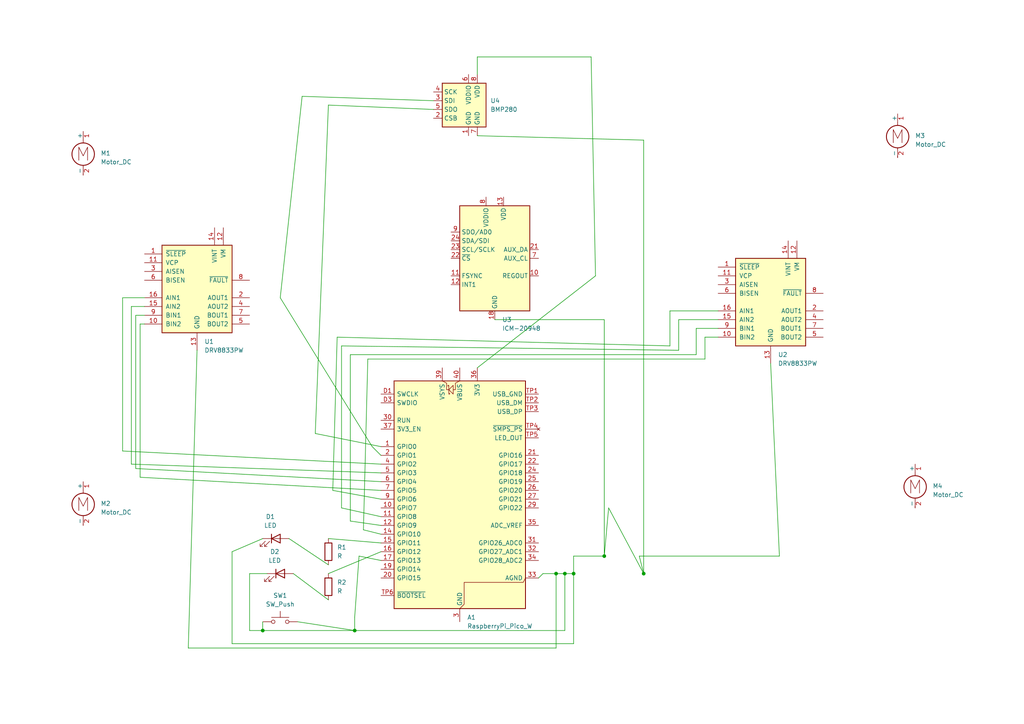
<source format=kicad_sch>
(kicad_sch (version 20250114) (generator "eeschema") (generator_version "9.0")
  (paper "A4")
  (lib_symbols
    (symbol "Device:LED" (pin_numbers (hide yes)) (pin_names (offset 1.016) (hide yes))
      (property "Reference" "D" (at 0 2.54 0))
      (property "Value" "LED" (at 0 -2.54 0))
      (symbol "LED_0_1"
        (polyline (pts (xy -3.048 -0.762) (xy -4.572 -2.286) (xy -3.81 -2.286) (xy -4.572 -2.286) (xy -4.572 -1.524)))
        (polyline (pts (xy -1.778 -0.762) (xy -3.302 -2.286) (xy -2.54 -2.286) (xy -3.302 -2.286) (xy -3.302 -1.524)))
        (polyline (pts (xy -1.27 0) (xy 1.27 0)))
        (polyline (pts (xy -1.27 -1.27) (xy -1.27 1.27)) (stroke (width 0.254)))
        (polyline (pts (xy 1.27 -1.27) (xy 1.27 1.27) (xy -1.27 0) (xy 1.27 -1.27)) (stroke (width 0.254)))
      )
      (symbol "LED_1_1"
        (pin passive line (at -3.81 0 0) (length 2.54) (name "K") (number "1"))
        (pin passive line (at 3.81 0 180) (length 2.54) (name "A") (number "2"))
      )
    )
    (symbol "Device:R" (pin_numbers (hide yes)) (pin_names (offset 0))
      (property "Reference" "R" (at 2.032 0 90))
      (property "Value" "R" (at 0 0 90))
      (symbol "R_0_1"
        (rectangle (start -1.016 -2.54) (end 1.016 2.54) (stroke (width 0.254)))
      )
      (symbol "R_1_1"
        (pin passive line (at 0 3.81 270) (length 1.27) (name "~") (number "1"))
        (pin passive line (at 0 -3.81 90) (length 1.27) (name "~") (number "2"))
      )
    )
    (symbol "Driver_Motor:DRV8833PW" (pin_names (offset 1.016))
      (property "Reference" "U" (at -3.81 16.51 0))
      (property "Value" "DRV8833PW" (at -3.81 13.97 0))
      (symbol "DRV8833PW_0_1"
        (rectangle (start -10.16 12.7) (end 10.16 -12.7) (stroke (width 0.254)) (fill (type background)))
      )
      (symbol "DRV8833PW_1_1"
        (pin input line (at -15.24 10.16 0) (length 5.08) (name "~{SLEEP}") (number "1"))
        (pin bidirectional line (at -15.24 7.62 0) (length 5.08) (name "VCP") (number "11"))
        (pin bidirectional line (at -15.24 5.08 0) (length 5.08) (name "AISEN") (number "3"))
        (pin bidirectional line (at -15.24 2.54 0) (length 5.08) (name "BISEN") (number "6"))
        (pin input line (at -15.24 -2.54 0) (length 5.08) (name "AIN1") (number "16"))
        (pin input line (at -15.24 -5.08 0) (length 5.08) (name "AIN2") (number "15"))
        (pin input line (at -15.24 -7.62 0) (length 5.08) (name "BIN1") (number "9"))
        (pin input line (at -15.24 -10.16 0) (length 5.08) (name "BIN2") (number "10"))
        (pin power_in line (at 0 -17.78 90) (length 5.08) (name "GND") (number "13"))
        (pin power_in line (at 5.08 17.78 270) (length 5.08) (name "VINT") (number "14"))
        (pin power_in line (at 7.62 17.78 270) (length 5.08) (name "VM") (number "12"))
        (pin open_collector line (at 15.24 2.54 180) (length 5.08) (name "~{FAULT}") (number "8"))
        (pin power_out line (at 15.24 -2.54 180) (length 5.08) (name "AOUT1") (number "2"))
        (pin power_out line (at 15.24 -5.08 180) (length 5.08) (name "AOUT2") (number "4"))
        (pin power_out line (at 15.24 -7.62 180) (length 5.08) (name "BOUT1") (number "7"))
        (pin power_out line (at 15.24 -10.16 180) (length 5.08) (name "BOUT2") (number "5"))
      )
    )
    (symbol "MCU_Module:RaspberryPi_Pico_W_Extensive" (pin_names (offset 0.762))
      (property "Reference" "A" (at -19.05 35.56 0))
      (property "Value" "RaspberryPi_Pico_W" (at 7.62 35.56 0))
      (symbol "RaspberryPi_Pico_W_Extensive_0_1"
        (rectangle (start -19.05 34.29) (end 19.05 -31.75) (stroke (width 0.254)) (fill (type background)))
        (polyline (pts (xy -5.08 34.29) (xy -3.81 33.655) (xy -3.81 31.75) (xy -3.175 31.75)))
        (polyline (pts (xy -3.429 32.766) (xy -3.429 33.02) (xy -3.175 33.02) (xy -3.175 30.48) (xy -2.921 30.48) (xy -2.921 30.734)))
        (polyline (pts (xy -3.175 31.75) (xy -1.905 33.02) (xy -1.905 30.48) (xy -3.175 31.75)))
        (polyline (pts (xy 0 34.29) (xy -1.27 33.655) (xy -1.27 31.75) (xy -1.905 31.75)))
        (polyline (pts (xy 0 -31.75) (xy 1.27 -30.48) (xy 1.27 -24.13) (xy 18.415 -24.13) (xy 19.05 -22.86)))
      )
      (symbol "RaspberryPi_Pico_W_Extensive_1_1"
        (pin input line (at -22.86 30.48 0) (length 3.81) (name "SWCLK") (number "D1"))
        (pin bidirectional line (at -22.86 27.94 0) (length 3.81) (name "SWDIO") (number "D3"))
        (pin passive line (at -22.86 22.86 0) (length 3.81) (name "RUN") (number "30"))
        (pin passive line (at -22.86 20.32 0) (length 3.81) (name "3V3_EN") (number "37"))
        (pin bidirectional line (at -22.86 15.24 0) (length 3.81) (name "GPIO0") (number "1"))
        (pin bidirectional line (at -22.86 12.7 0) (length 3.81) (name "GPIO1") (number "2"))
        (pin bidirectional line (at -22.86 10.16 0) (length 3.81) (name "GPIO2") (number "4"))
        (pin bidirectional line (at -22.86 7.62 0) (length 3.81) (name "GPIO3") (number "5"))
        (pin bidirectional line (at -22.86 5.08 0) (length 3.81) (name "GPIO4") (number "6"))
        (pin bidirectional line (at -22.86 2.54 0) (length 3.81) (name "GPIO5") (number "7"))
        (pin bidirectional line (at -22.86 0 0) (length 3.81) (name "GPIO6") (number "9"))
        (pin bidirectional line (at -22.86 -2.54 0) (length 3.81) (name "GPIO7") (number "10"))
        (pin bidirectional line (at -22.86 -5.08 0) (length 3.81) (name "GPIO8") (number "11"))
        (pin bidirectional line (at -22.86 -7.62 0) (length 3.81) (name "GPIO9") (number "12"))
        (pin bidirectional line (at -22.86 -10.16 0) (length 3.81) (name "GPIO10") (number "14"))
        (pin bidirectional line (at -22.86 -12.7 0) (length 3.81) (name "GPIO11") (number "15"))
        (pin bidirectional line (at -22.86 -15.24 0) (length 3.81) (name "GPIO12") (number "16"))
        (pin bidirectional line (at -22.86 -17.78 0) (length 3.81) (name "GPIO13") (number "17"))
        (pin bidirectional line (at -22.86 -20.32 0) (length 3.81) (name "GPIO14") (number "19"))
        (pin bidirectional line (at -22.86 -22.86 0) (length 3.81) (name "GPIO15") (number "20"))
        (pin input line (at -22.86 -27.94 0) (length 3.81) (name "~{BOOTSEL}") (number "TP6"))
        (pin power_in line (at -5.08 38.1 270) (length 3.81) (name "VSYS") (number "39"))
        (pin power_out line (at 0 38.1 270) (length 3.81) (name "VBUS") (number "40"))
        (pin passive line (at 0 -35.56 90) (length 3.81) (hide yes) (name "GND") (number "13"))
        (pin passive line (at 0 -35.56 90) (length 3.81) (hide yes) (name "GND") (number "18"))
        (pin passive line (at 0 -35.56 90) (length 3.81) (hide yes) (name "GND") (number "23"))
        (pin passive line (at 0 -35.56 90) (length 3.81) (hide yes) (name "GND") (number "28"))
        (pin power_out line (at 0 -35.56 90) (length 3.81) (name "GND") (number "3"))
        (pin passive line (at 0 -35.56 90) (length 3.81) (hide yes) (name "GND") (number "38"))
        (pin passive line (at 0 -35.56 90) (length 3.81) (hide yes) (name "GND") (number "8"))
        (pin passive line (at 0 -35.56 90) (length 3.81) (hide yes) (name "GND") (number "D2"))
        (pin power_out line (at 5.08 38.1 270) (length 3.81) (name "3V3") (number "36"))
        (pin power_out line (at 22.86 30.48 180) (length 3.81) (name "USB_GND") (number "TP1"))
        (pin bidirectional line (at 22.86 27.94 180) (length 3.81) (name "USB_DM") (number "TP2"))
        (pin bidirectional line (at 22.86 25.4 180) (length 3.81) (name "USB_DP") (number "TP3"))
        (pin no_connect line (at 22.86 20.32 180) (length 3.81) (name "~{SMPS_PS}") (number "TP4"))
        (pin output line (at 22.86 17.78 180) (length 3.81) (name "LED_OUT") (number "TP5"))
        (pin bidirectional line (at 22.86 12.7 180) (length 3.81) (name "GPIO16") (number "21"))
        (pin bidirectional line (at 22.86 10.16 180) (length 3.81) (name "GPIO17") (number "22"))
        (pin bidirectional line (at 22.86 7.62 180) (length 3.81) (name "GPIO18") (number "24"))
        (pin bidirectional line (at 22.86 5.08 180) (length 3.81) (name "GPIO19") (number "25"))
        (pin bidirectional line (at 22.86 2.54 180) (length 3.81) (name "GPIO20") (number "26"))
        (pin bidirectional line (at 22.86 0 180) (length 3.81) (name "GPIO21") (number "27"))
        (pin bidirectional line (at 22.86 -2.54 180) (length 3.81) (name "GPIO22") (number "29"))
        (pin power_in line (at 22.86 -7.62 180) (length 3.81) (name "ADC_VREF") (number "35"))
        (pin bidirectional line (at 22.86 -12.7 180) (length 3.81) (name "GPIO26_ADC0") (number "31"))
        (pin bidirectional line (at 22.86 -15.24 180) (length 3.81) (name "GPIO27_ADC1") (number "32"))
        (pin bidirectional line (at 22.86 -17.78 180) (length 3.81) (name "GPIO28_ADC2") (number "34"))
        (pin power_out line (at 22.86 -22.86 180) (length 3.81) (name "AGND") (number "33"))
      )
    )
    (symbol "Motor:Motor_DC" (pin_names (offset 0))
      (property "Reference" "M" (at 2.54 2.54 0))
      (property "Value" "Motor_DC" (at 2.54 -5.08 0))
      (symbol "Motor_DC_0_0"
        (polyline (pts (xy -1.27 -3.302) (xy -1.27 0.508) (xy 0 -2.032) (xy 1.27 0.508) (xy 1.27 -3.302)))
      )
      (symbol "Motor_DC_0_1"
        (polyline (pts (xy 0 2.032) (xy 0 2.54)))
        (polyline (pts (xy 0 1.7272) (xy 0 2.0828)))
        (circle (center 0 -1.524) (radius 3.2512) (stroke (width 0.254)))
        (polyline (pts (xy 0 -4.7752) (xy 0 -5.1816)))
        (polyline (pts (xy 0 -7.62) (xy 0 -7.112)))
      )
      (symbol "Motor_DC_1_1"
        (pin passive line (at 0 5.08 270) (length 2.54) (name "+") (number "1"))
        (pin passive line (at 0 -7.62 90) (length 2.54) (name "-") (number "2"))
      )
    )
    (symbol "Sensor_Motion:ICM-20948"
      (property "Reference" "U" (at -11.43 16.51 0))
      (property "Value" "ICM-20948" (at 7.62 -16.51 0))
      (symbol "ICM-20948_0_1"
        (rectangle (start -10.16 15.24) (end 10.16 -15.24) (stroke (width 0.254)) (fill (type background)))
      )
      (symbol "ICM-20948_1_1"
        (pin bidirectional line (at -12.7 7.62 0) (length 2.54) (name "SDO/AD0") (number "9"))
        (pin bidirectional line (at -12.7 5.08 0) (length 2.54) (name "SDA/SDI") (number "24"))
        (pin input line (at -12.7 2.54 0) (length 2.54) (name "SCL/SCLK") (number "23"))
        (pin input line (at -12.7 0 0) (length 2.54) (name "~{CS}") (number "22"))
        (pin input line (at -12.7 -5.08 0) (length 2.54) (name "FSYNC") (number "11"))
        (pin output line (at -12.7 -7.62 0) (length 2.54) (name "INT1") (number "12"))
        (pin no_connect line (at -10.16 12.7 0) (length 2.54) (hide yes) (name "NC") (number "1"))
        (pin no_connect line (at -10.16 10.16 0) (length 2.54) (hide yes) (name "NC") (number "2"))
        (pin no_connect line (at -10.16 -2.54 0) (length 2.54) (hide yes) (name "NC") (number "3"))
        (pin no_connect line (at -10.16 -10.16 0) (length 2.54) (hide yes) (name "NC") (number "4"))
        (pin no_connect line (at -10.16 -12.7 0) (length 2.54) (hide yes) (name "NC") (number "5"))
        (pin power_in line (at -2.54 17.78 270) (length 2.54) (name "VDDIO") (number "8"))
        (pin power_in line (at 0 -17.78 90) (length 2.54) (name "GND") (number "18"))
        (pin passive line (at 0 -17.78 90) (length 2.54) (hide yes) (name "GND") (number "20"))
        (pin power_in line (at 2.54 17.78 270) (length 2.54) (name "VDD") (number "13"))
        (pin no_connect line (at 10.16 10.16 180) (length 2.54) (hide yes) (name "NC") (number "6"))
        (pin no_connect line (at 10.16 7.62 180) (length 2.54) (hide yes) (name "NC") (number "14"))
        (pin no_connect line (at 10.16 5.08 180) (length 2.54) (hide yes) (name "NC") (number "15"))
        (pin no_connect line (at 10.16 -7.62 180) (length 2.54) (hide yes) (name "NC") (number "16"))
        (pin no_connect line (at 10.16 -10.16 180) (length 2.54) (hide yes) (name "NC") (number "17"))
        (pin no_connect line (at 10.16 -12.7 180) (length 2.54) (hide yes) (name "RESV") (number "19"))
        (pin bidirectional line (at 12.7 2.54 180) (length 2.54) (name "AUX_DA") (number "21"))
        (pin output line (at 12.7 0 180) (length 2.54) (name "AUX_CL") (number "7"))
        (pin passive line (at 12.7 -5.08 180) (length 2.54) (name "REGOUT") (number "10"))
      )
    )
    (symbol "Sensor_Pressure:BMP280"
      (property "Reference" "U" (at -7.62 10.16 0))
      (property "Value" "BMP280" (at 5.08 10.16 0))
      (symbol "BMP280_0_1"
        (rectangle (start -7.62 -5.08) (end 5.08 7.62) (stroke (width 0.254)) (fill (type background)))
      )
      (symbol "BMP280_1_1"
        (pin input line (at -10.16 5.08 0) (length 2.54) (name "SCK") (number "4"))
        (pin bidirectional line (at -10.16 2.54 0) (length 2.54) (name "SDI") (number "3"))
        (pin bidirectional line (at -10.16 0 0) (length 2.54) (name "SDO") (number "5"))
        (pin input line (at -10.16 -2.54 0) (length 2.54) (name "CSB") (number "2"))
        (pin power_in line (at 0 10.16 270) (length 2.54) (name "VDDIO") (number "6"))
        (pin power_in line (at 0 -7.62 90) (length 2.54) (name "GND") (number "1"))
        (pin power_in line (at 2.54 10.16 270) (length 2.54) (name "VDD") (number "8"))
        (pin power_in line (at 2.54 -7.62 90) (length 2.54) (name "GND") (number "7"))
      )
    )
    (symbol "Switch:SW_Push" (pin_numbers (hide yes)) (pin_names (offset 1.016) (hide yes))
      (property "Reference" "SW" (at 1.27 2.54 0))
      (property "Value" "SW_Push" (at 0 -1.524 0))
      (symbol "SW_Push_0_1"
        (circle (center -2.032 0) (radius 0.508))
        (polyline (pts (xy 0 1.27) (xy 0 3.048)))
        (circle (center 2.032 0) (radius 0.508))
        (polyline (pts (xy 2.54 1.27) (xy -2.54 1.27)))
        (pin passive line (at -5.08 0 0) (length 2.54) (name "1") (number "1"))
        (pin passive line (at 5.08 0 180) (length 2.54) (name "2") (number "2"))
      )
    )
  )
  (junction (at 175.26 161.29))
  (junction (at 161.29 166.37))
  (junction (at 186.69 166.37))
  (junction (at 166.37 166.37))
  (junction (at 76.2 182.88))
  (junction (at 102.87 182.88))
  (junction (at 163.83 166.37))
  (wire (pts (xy 96.52 142.24) (xy 97.79 97.79)))
  (wire (pts (xy 226.06 161.29) (xy 223.52 105.41)))
  (wire (pts (xy 99.06 100.33) (xy 196.85 101.6)))
  (wire (pts (xy 196.85 92.71) (xy 208.28 92.71)))
  (wire (pts (xy 185.42 161.29) (xy 226.06 161.29)))
  (wire (pts (xy 185.42 161.29) (xy 186.69 166.37)))
  (wire (pts (xy 54.61 187.96) (xy 57.15 101.6)))
  (wire (pts (xy 161.29 187.96) (xy 54.61 187.96)))
  (wire (pts (xy 101.6 151.13) (xy 101.6 102.87)))
  (wire (pts (xy 163.83 166.37) (xy 166.37 166.37)))
  (wire (pts (xy 110.49 139.7) (xy 39.37 135.89)))
  (wire (pts (xy 110.49 134.62) (xy 35.56 130.81)))
  (wire (pts (xy 138.43 106.68) (xy 172.72 80.01)))
  (wire (pts (xy 97.79 97.79) (xy 194.31 100.33)))
  (wire (pts (xy 87.63 27.94) (xy 125.73 29.21)))
  (wire (pts (xy 91.44 125.73) (xy 95.25 30.48)))
  (wire (pts (xy 76.2 156.21) (xy 67.31 160.02)))
  (wire (pts (xy 95.25 173.99) (xy 85.09 166.37)))
  (wire (pts (xy 110.49 149.86) (xy 99.06 147.32)))
  (wire (pts (xy 102.87 182.88) (xy 86.36 180.34)))
  (wire (pts (xy 172.72 80.01) (xy 171.45 16.51)))
  (wire (pts (xy 176.53 147.32) (xy 186.69 166.37)))
  (wire (pts (xy 110.49 157.48) (xy 95.25 156.21)))
  (wire (pts (xy 166.37 161.29) (xy 166.37 166.37)))
  (wire (pts (xy 166.37 186.69) (xy 166.37 166.37)))
  (wire (pts (xy 110.49 137.16) (xy 38.1 134.62)))
  (wire (pts (xy 101.6 102.87) (xy 201.93 102.87)))
  (wire (pts (xy 166.37 161.29) (xy 175.26 161.29)))
  (wire (pts (xy 161.29 166.37) (xy 163.83 166.37)))
  (wire (pts (xy 186.69 166.37) (xy 186.69 40.64)))
  (wire (pts (xy 67.31 186.69) (xy 166.37 186.69)))
  (wire (pts (xy 196.85 101.6) (xy 196.85 92.71)))
  (wire (pts (xy 186.69 40.64) (xy 138.43 39.37)))
  (wire (pts (xy 76.2 180.34) (xy 76.2 182.88)))
  (wire (pts (xy 110.49 152.4) (xy 101.6 151.13)))
  (wire (pts (xy 138.43 16.51) (xy 138.43 21.59)))
  (wire (pts (xy 38.1 134.62) (xy 38.1 88.9)))
  (wire (pts (xy 175.26 161.29) (xy 175.26 92.71)))
  (wire (pts (xy 110.49 144.78) (xy 96.52 142.24)))
  (wire (pts (xy 110.49 162.56) (xy 104.14 161.29)))
  (wire (pts (xy 67.31 160.02) (xy 67.31 186.69)))
  (wire (pts (xy 99.06 147.32) (xy 99.06 100.33)))
  (wire (pts (xy 204.47 97.79) (xy 208.28 97.79)))
  (wire (pts (xy 106.68 104.14) (xy 204.47 104.14)))
  (wire (pts (xy 171.45 16.51) (xy 138.43 16.51)))
  (wire (pts (xy 161.29 166.37) (xy 161.29 187.96)))
  (wire (pts (xy 204.47 104.14) (xy 204.47 97.79)))
  (wire (pts (xy 107.95 129.54) (xy 110.49 132.08)))
  (wire (pts (xy 102.87 179.07) (xy 102.87 182.88)))
  (wire (pts (xy 157.48 166.37) (xy 161.29 166.37)))
  (wire (pts (xy 39.37 91.44) (xy 41.91 91.44)))
  (wire (pts (xy 163.83 182.88) (xy 163.83 166.37)))
  (wire (pts (xy 95.25 163.83) (xy 83.82 156.21)))
  (wire (pts (xy 156.21 167.64) (xy 157.48 166.37)))
  (wire (pts (xy 81.28 86.36) (xy 87.63 27.94)))
  (wire (pts (xy 194.31 100.33) (xy 194.31 90.17)))
  (wire (pts (xy 110.49 154.94) (xy 105.41 153.67)))
  (wire (pts (xy 39.37 135.89) (xy 39.37 91.44)))
  (wire (pts (xy 38.1 88.9) (xy 41.91 88.9)))
  (wire (pts (xy 102.87 182.88) (xy 163.83 182.88)))
  (wire (pts (xy 35.56 86.36) (xy 41.91 86.36)))
  (wire (pts (xy 176.53 147.32) (xy 175.26 161.29)))
  (wire (pts (xy 77.47 166.37) (xy 72.39 166.37)))
  (wire (pts (xy 107.95 129.54) (xy 81.28 86.36)))
  (wire (pts (xy 72.39 182.88) (xy 76.2 182.88)))
  (wire (pts (xy 194.31 90.17) (xy 208.28 90.17)))
  (wire (pts (xy 105.41 153.67) (xy 106.68 104.14)))
  (wire (pts (xy 35.56 130.81) (xy 35.56 86.36)))
  (wire (pts (xy 110.49 129.54) (xy 91.44 125.73)))
  (wire (pts (xy 201.93 95.25) (xy 208.28 95.25)))
  (wire (pts (xy 40.64 138.43) (xy 40.64 93.98)))
  (wire (pts (xy 143.51 92.71) (xy 175.26 92.71)))
  (wire (pts (xy 110.49 142.24) (xy 40.64 138.43)))
  (wire (pts (xy 95.25 30.48) (xy 125.73 31.75)))
  (wire (pts (xy 104.14 161.29) (xy 102.87 179.07)))
  (wire (pts (xy 201.93 102.87) (xy 201.93 95.25)))
  (wire (pts (xy 110.49 160.02) (xy 95.25 166.37)))
  (wire (pts (xy 72.39 166.37) (xy 72.39 182.88)))
  (wire (pts (xy 76.2 182.88) (xy 102.87 182.88)))
  (wire (pts (xy 40.64 93.98) (xy 41.91 93.98)))
  (symbol (lib_id "Sensor_Motion:ICM-20948") (at 143.51 74.93 0) (unit 1)
    (property "Reference" "U3" (at 145.6533 92.71 0) (effects (justify left)))
    (property "Value" "ICM-20948" (at 145.6533 95.25 0) (effects (justify left)))
    (property "Footprint" "Sensor_Motion:InvenSense_QFN-24_3x3mm_P0.4mm" (effects (hide yes)))
    (property "Datasheet" "http://www.invensense.com/wp-content/uploads/2016/06/DS-000189-ICM-20948-v1.3.pdf" (effects (hide yes)))
    (property "Description" "InvenSense 9-Axis Motion Sensor, Accelerometer, Gyroscope, Compass, I2C/SPI, QFN-24" (effects (hide yes)))
  )
  (symbol (lib_id "Motor:Motor_DC") (at 260.35 38.1 0) (unit 1)
    (property "Reference" "M3" (at 265.43 39.3699 0) (effects (justify left)))
    (property "Value" "Motor_DC" (at 265.43 41.9099 0) (effects (justify left)))
    (property "Description" "DC Motor" (effects (hide yes)))
  )
  (symbol (lib_id "Device:R") (at 95.25 170.18 0) (unit 1)
    (property "Reference" "R2" (at 97.79 168.9099 0) (effects (justify left)))
    (property "Value" "R" (at 97.79 171.4499 0) (effects (justify left)))
    (property "Description" "Resistor" (effects (hide yes)))
  )
  (symbol (lib_id "MCU_Module:RaspberryPi_Pico_W_Extensive") (at 133.35 144.78 0) (unit 1)
    (property "Reference" "A1" (at 135.4933 179.07 0) (effects (justify left)))
    (property "Value" "RaspberryPi_Pico_W" (at 135.4933 181.61 0) (effects (justify left)))
    (property "Footprint" "Module:RaspberryPi_Pico_W_SMD" (effects (hide yes)))
    (property "Datasheet" "https://datasheets.raspberrypi.com/picow/pico-w-datasheet.pdf" (effects (hide yes)))
    (property "Description" "Versatile and inexpensive wireless microcontroller module (with full pinout for test point and debug connections) powered by RP2040 dual-core Arm Cortex-M0+ processor up to 133 MHz, 264kB SRAM, 2MB QSPI flash, Infineon CYW43439 2.4GHz 802.11n wireless LAN; also supports Raspberry Pi Pico 2 W" (effects (hide yes)))
  )
  (symbol (lib_id "Motor:Motor_DC") (at 265.43 139.7 0) (unit 1)
    (property "Reference" "M4" (at 270.51 140.9699 0) (effects (justify left)))
    (property "Value" "Motor_DC" (at 270.51 143.5099 0) (effects (justify left)))
    (property "Description" "DC Motor" (effects (hide yes)))
  )
  (symbol (lib_id "Sensor_Pressure:BMP280") (at 135.89 31.75 0) (unit 1)
    (property "Reference" "U4" (at 142.24 29.2099 0) (effects (justify left)))
    (property "Value" "BMP280" (at 142.24 31.7499 0) (effects (justify left)))
    (property "Footprint" "Package_LGA:Bosch_LGA-8_2x2.5mm_P0.65mm_ClockwisePinNumbering" (effects (hide yes)))
    (property "Datasheet" "https://ae-bst.resource.bosch.com/media/_tech/media/datasheets/BST-BMP280-DS001.pdf" (effects (hide yes)))
    (property "Description" "Absolute Barometric Pressure Sensor, LGA-8" (effects (hide yes)))
  )
  (symbol (lib_id "Device:LED") (at 80.01 156.21 0) (unit 1)
    (property "Reference" "D1" (at 78.4225 149.86 0))
    (property "Value" "LED" (at 78.4225 152.4 0))
    (property "Description" "Light emitting diode" (effects (hide yes)))
    (property "Sim.Pins" "1=K 2=A" (effects (hide yes)))
  )
  (symbol (lib_id "Motor:Motor_DC") (at 24.13 43.18 0) (unit 1)
    (property "Reference" "M1" (at 29.21 44.4499 0) (effects (justify left)))
    (property "Value" "Motor_DC" (at 29.21 46.9899 0) (effects (justify left)))
    (property "Description" "DC Motor" (effects (hide yes)))
  )
  (symbol (lib_id "Driver_Motor:DRV8833PW") (at 223.52 87.63 0) (unit 1)
    (property "Reference" "U2" (at 225.6633 102.87 0) (effects (justify left)))
    (property "Value" "DRV8833PW" (at 225.6633 105.41 0) (effects (justify left)))
    (property "Footprint" "Package_SO:TSSOP-16_4.4x5mm_P0.65mm" (effects (hide yes)))
    (property "Datasheet" "http://www.ti.com/lit/ds/symlink/drv8833.pdf" (effects (hide yes)))
    (property "Description" "Dual H-Bridge Motor Driver, TSSOP-16" (effects (hide yes)))
  )
  (symbol (lib_id "Motor:Motor_DC") (at 24.13 144.78 0) (unit 1)
    (property "Reference" "M2" (at 29.21 146.0499 0) (effects (justify left)))
    (property "Value" "Motor_DC" (at 29.21 148.5899 0) (effects (justify left)))
    (property "Description" "DC Motor" (effects (hide yes)))
  )
  (symbol (lib_id "Switch:SW_Push") (at 81.28 180.34 0) (unit 1)
    (property "Reference" "SW1" (at 81.28 172.72 0))
    (property "Value" "SW_Push" (at 81.28 175.26 0))
    (property "Description" "Push button switch, generic, two pins" (effects (hide yes)))
  )
  (symbol (lib_id "Driver_Motor:DRV8833PW") (at 57.15 83.82 0) (unit 1)
    (property "Reference" "U1" (at 59.2933 99.06 0) (effects (justify left)))
    (property "Value" "DRV8833PW" (at 59.2933 101.6 0) (effects (justify left)))
    (property "Footprint" "Package_SO:TSSOP-16_4.4x5mm_P0.65mm" (effects (hide yes)))
    (property "Datasheet" "http://www.ti.com/lit/ds/symlink/drv8833.pdf" (effects (hide yes)))
    (property "Description" "Dual H-Bridge Motor Driver, TSSOP-16" (effects (hide yes)))
  )
  (symbol (lib_id "Device:R") (at 95.25 160.02 0) (unit 1)
    (property "Reference" "R1" (at 97.79 158.7499 0) (effects (justify left)))
    (property "Value" "R" (at 97.79 161.2899 0) (effects (justify left)))
    (property "Description" "Resistor" (effects (hide yes)))
  )
  (symbol (lib_id "Device:LED") (at 81.28 166.37 0) (unit 1)
    (property "Reference" "D2" (at 79.6925 160.02 0))
    (property "Value" "LED" (at 79.6925 162.56 0))
    (property "Description" "Light emitting diode" (effects (hide yes)))
    (property "Sim.Pins" "1=K 2=A" (effects (hide yes)))
  )
)
</source>
